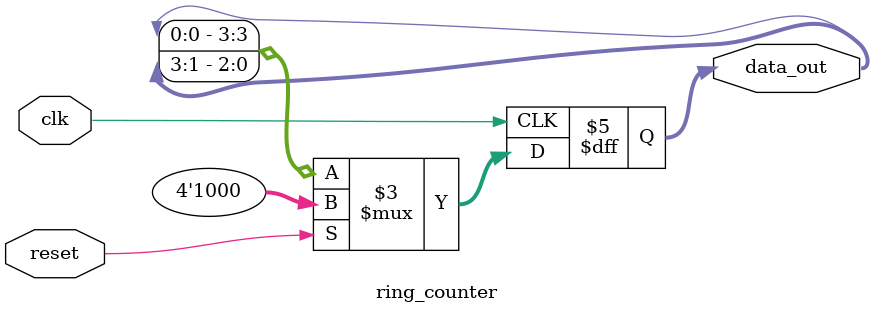
<source format=v>
`timescale 1ns / 1ps
module ring_counter(clk,reset,data_out);
input wire clk,reset ;
output reg [3:0]data_out ;

always @(negedge clk)begin
       if(reset)
         data_out <= 4'b1000 ;
       else 
          data_out <= {data_out[0] , data_out[3:1]} ;
     end

endmodule

</source>
